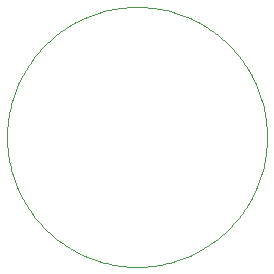
<source format=gko>
G04*
G04 #@! TF.GenerationSoftware,Altium Limited,Altium Designer,21.2.0 (30)*
G04*
G04 Layer_Color=16711935*
%FSLAX25Y25*%
%MOIN*%
G70*
G04*
G04 #@! TF.SameCoordinates,4DC21BA0-2D48-497D-8E21-FAA421B52516*
G04*
G04*
G04 #@! TF.FilePolarity,Positive*
G04*
G01*
G75*
%ADD31C,0.00394*%
D31*
X43307Y0D02*
X43295Y1000D01*
X43261Y2000D01*
X43203Y2999D01*
X43122Y3996D01*
X43018Y4991D01*
X42892Y5983D01*
X42742Y6972D01*
X42570Y7958D01*
X42375Y8939D01*
X42157Y9915D01*
X41916Y10886D01*
X41654Y11852D01*
X41369Y12810D01*
X41062Y13763D01*
X40733Y14707D01*
X40383Y15644D01*
X40010Y16573D01*
X39617Y17493D01*
X39202Y18403D01*
X38767Y19304D01*
X38311Y20194D01*
X37834Y21073D01*
X37337Y21942D01*
X36820Y22798D01*
X36284Y23643D01*
X35728Y24474D01*
X35153Y25293D01*
X34560Y26098D01*
X33948Y26890D01*
X33318Y27667D01*
X32670Y28429D01*
X32004Y29176D01*
X31322Y29907D01*
X30623Y30623D01*
X29907Y31322D01*
X29176Y32004D01*
X28429Y32670D01*
X27667Y33318D01*
X26890Y33948D01*
X26098Y34560D01*
X25293Y35153D01*
X24474Y35728D01*
X23643Y36284D01*
X22798Y36820D01*
X21942Y37337D01*
X21073Y37834D01*
X20194Y38311D01*
X19304Y38767D01*
X18403Y39202D01*
X17493Y39617D01*
X16573Y40010D01*
X15644Y40383D01*
X14707Y40733D01*
X13763Y41062D01*
X12810Y41369D01*
X11852Y41654D01*
X10886Y41916D01*
X9915Y42157D01*
X8939Y42375D01*
X7958Y42570D01*
X6972Y42742D01*
X5983Y42892D01*
X4991Y43018D01*
X3996Y43122D01*
X2999Y43203D01*
X2000Y43261D01*
X1000Y43295D01*
X-0Y43307D01*
X-1000Y43295D01*
X-2000Y43261D01*
X-2999Y43203D01*
X-3996Y43122D01*
X-4991Y43018D01*
X-5983Y42892D01*
X-6972Y42742D01*
X-7958Y42570D01*
X-8939Y42375D01*
X-9915Y42157D01*
X-10886Y41916D01*
X-11852Y41654D01*
X-12811Y41369D01*
X-13763Y41062D01*
X-14707Y40733D01*
X-15644Y40383D01*
X-16573Y40010D01*
X-17493Y39617D01*
X-18403Y39202D01*
X-19304Y38767D01*
X-20194Y38311D01*
X-21073Y37834D01*
X-21942Y37337D01*
X-22798Y36820D01*
X-23643Y36284D01*
X-24475Y35728D01*
X-25293Y35153D01*
X-26098Y34560D01*
X-26890Y33948D01*
X-27667Y33318D01*
X-28429Y32670D01*
X-29176Y32004D01*
X-29907Y31322D01*
X-30623Y30623D01*
X-31322Y29907D01*
X-32004Y29176D01*
X-32670Y28429D01*
X-33318Y27667D01*
X-33948Y26890D01*
X-34560Y26098D01*
X-35153Y25293D01*
X-35728Y24474D01*
X-36284Y23642D01*
X-36821Y22798D01*
X-37337Y21942D01*
X-37834Y21073D01*
X-38311Y20194D01*
X-38767Y19304D01*
X-39202Y18403D01*
X-39617Y17492D01*
X-40011Y16573D01*
X-40383Y15644D01*
X-40733Y14707D01*
X-41062Y13762D01*
X-41369Y12810D01*
X-41654Y11851D01*
X-41916Y10886D01*
X-42157Y9915D01*
X-42375Y8939D01*
X-42570Y7958D01*
X-42742Y6972D01*
X-42892Y5983D01*
X-43019Y4991D01*
X-43122Y3996D01*
X-43203Y2999D01*
X-43261Y2000D01*
X-43295Y1000D01*
X-43307Y-0D01*
X-43295Y-1001D01*
X-43261Y-2000D01*
X-43203Y-2999D01*
X-43122Y-3996D01*
X-43018Y-4991D01*
X-42892Y-5983D01*
X-42742Y-6972D01*
X-42570Y-7958D01*
X-42375Y-8939D01*
X-42157Y-9915D01*
X-41916Y-10887D01*
X-41654Y-11852D01*
X-41369Y-12811D01*
X-41062Y-13763D01*
X-40733Y-14708D01*
X-40383Y-15644D01*
X-40010Y-16573D01*
X-39617Y-17493D01*
X-39202Y-18403D01*
X-38767Y-19304D01*
X-38311Y-20194D01*
X-37834Y-21074D01*
X-37337Y-21942D01*
X-36820Y-22798D01*
X-36284Y-23643D01*
X-35728Y-24475D01*
X-35153Y-25293D01*
X-34560Y-26098D01*
X-33948Y-26890D01*
X-33318Y-27667D01*
X-32669Y-28429D01*
X-32004Y-29176D01*
X-31322Y-29907D01*
X-30623Y-30623D01*
X-29907Y-31322D01*
X-29176Y-32004D01*
X-28429Y-32670D01*
X-27666Y-33318D01*
X-26890Y-33948D01*
X-26098Y-34560D01*
X-25293Y-35153D01*
X-24474Y-35728D01*
X-23642Y-36284D01*
X-22798Y-36821D01*
X-21941Y-37337D01*
X-21073Y-37834D01*
X-20194Y-38311D01*
X-19303Y-38767D01*
X-18403Y-39203D01*
X-17492Y-39617D01*
X-16573Y-40011D01*
X-15644Y-40383D01*
X-14707Y-40733D01*
X-13762Y-41062D01*
X-12810Y-41369D01*
X-11851Y-41654D01*
X-10886Y-41917D01*
X-9915Y-42157D01*
X-8939Y-42375D01*
X-7957Y-42570D01*
X-6972Y-42742D01*
X-5983Y-42892D01*
X-4991Y-43019D01*
X-3996Y-43122D01*
X-2999Y-43203D01*
X-2000Y-43261D01*
X-1000Y-43295D01*
X0Y-43307D01*
X1001Y-43295D01*
X2000Y-43261D01*
X2999Y-43203D01*
X3996Y-43122D01*
X4991Y-43018D01*
X5983Y-42892D01*
X6972Y-42742D01*
X7958Y-42570D01*
X8939Y-42375D01*
X9915Y-42157D01*
X10886Y-41916D01*
X11852Y-41654D01*
X12811Y-41369D01*
X13763Y-41062D01*
X14707Y-40733D01*
X15644Y-40383D01*
X16573Y-40010D01*
X17493Y-39617D01*
X18403Y-39202D01*
X19304Y-38767D01*
X20194Y-38311D01*
X21073Y-37834D01*
X21942Y-37337D01*
X22798Y-36820D01*
X23643Y-36284D01*
X24474Y-35728D01*
X25293Y-35153D01*
X26098Y-34560D01*
X26890Y-33948D01*
X27667Y-33318D01*
X28429Y-32670D01*
X29176Y-32004D01*
X29907Y-31322D01*
X30623Y-30623D01*
X31322Y-29907D01*
X32004Y-29176D01*
X32670Y-28429D01*
X33318Y-27667D01*
X33948Y-26890D01*
X34560Y-26098D01*
X35153Y-25293D01*
X35728Y-24475D01*
X36284Y-23643D01*
X36820Y-22798D01*
X37337Y-21942D01*
X37834Y-21074D01*
X38311Y-20194D01*
X38767Y-19304D01*
X39202Y-18403D01*
X39617Y-17493D01*
X40010Y-16573D01*
X40383Y-15645D01*
X40733Y-14708D01*
X41062Y-13763D01*
X41369Y-12811D01*
X41654Y-11852D01*
X41916Y-10887D01*
X42157Y-9916D01*
X42375Y-8939D01*
X42570Y-7958D01*
X42742Y-6973D01*
X42892Y-5984D01*
X43018Y-4991D01*
X43122Y-3996D01*
X43203Y-2999D01*
X43261Y-2001D01*
X43295Y-1001D01*
X43307Y-0D01*
M02*

</source>
